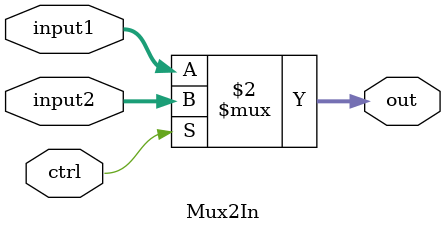
<source format=v>
module Mux2In(input1, input2, out, ctrl);
    input [31:0] input1, input2;
    output [31:0] out;
    input ctrl;

    assign out = (ctrl == 1'b0) ? input1 : input2;
endmodule
</source>
